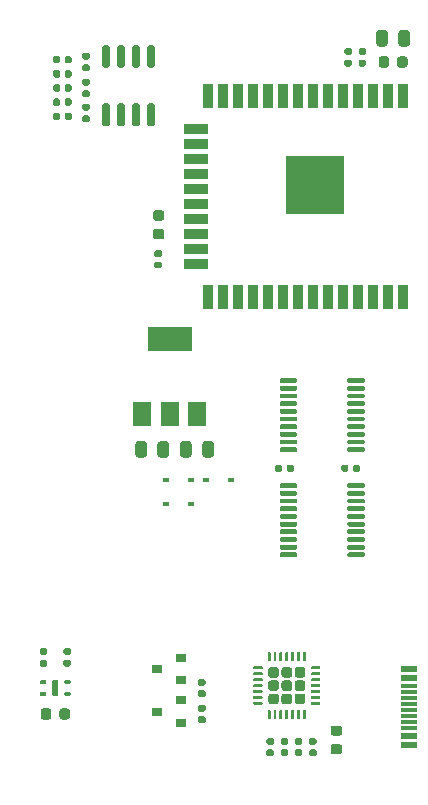
<source format=gbr>
%TF.GenerationSoftware,KiCad,Pcbnew,(5.1.6)-1*%
%TF.CreationDate,2020-11-13T23:46:34+08:00*%
%TF.ProjectId,matrix-clock,6d617472-6978-42d6-936c-6f636b2e6b69,rev?*%
%TF.SameCoordinates,Original*%
%TF.FileFunction,Paste,Top*%
%TF.FilePolarity,Positive*%
%FSLAX46Y46*%
G04 Gerber Fmt 4.6, Leading zero omitted, Abs format (unit mm)*
G04 Created by KiCad (PCBNEW (5.1.6)-1) date 2020-11-13 23:46:34*
%MOMM*%
%LPD*%
G01*
G04 APERTURE LIST*
%ADD10R,1.500000X2.000000*%
%ADD11R,3.800000X2.000000*%
%ADD12R,0.900000X2.000000*%
%ADD13R,2.000000X0.900000*%
%ADD14R,5.000000X5.000000*%
%ADD15R,0.900000X0.800000*%
%ADD16R,1.450000X0.600000*%
%ADD17R,1.450000X0.300000*%
%ADD18R,0.600000X0.450000*%
G04 APERTURE END LIST*
%TO.C,U3*%
G36*
G01*
X158525000Y-96475000D02*
X158525000Y-96275000D01*
G75*
G02*
X158625000Y-96175000I100000J0D01*
G01*
X159900000Y-96175000D01*
G75*
G02*
X160000000Y-96275000I0J-100000D01*
G01*
X160000000Y-96475000D01*
G75*
G02*
X159900000Y-96575000I-100000J0D01*
G01*
X158625000Y-96575000D01*
G75*
G02*
X158525000Y-96475000I0J100000D01*
G01*
G37*
G36*
G01*
X158525000Y-97125000D02*
X158525000Y-96925000D01*
G75*
G02*
X158625000Y-96825000I100000J0D01*
G01*
X159900000Y-96825000D01*
G75*
G02*
X160000000Y-96925000I0J-100000D01*
G01*
X160000000Y-97125000D01*
G75*
G02*
X159900000Y-97225000I-100000J0D01*
G01*
X158625000Y-97225000D01*
G75*
G02*
X158525000Y-97125000I0J100000D01*
G01*
G37*
G36*
G01*
X158525000Y-97775000D02*
X158525000Y-97575000D01*
G75*
G02*
X158625000Y-97475000I100000J0D01*
G01*
X159900000Y-97475000D01*
G75*
G02*
X160000000Y-97575000I0J-100000D01*
G01*
X160000000Y-97775000D01*
G75*
G02*
X159900000Y-97875000I-100000J0D01*
G01*
X158625000Y-97875000D01*
G75*
G02*
X158525000Y-97775000I0J100000D01*
G01*
G37*
G36*
G01*
X158525000Y-98425000D02*
X158525000Y-98225000D01*
G75*
G02*
X158625000Y-98125000I100000J0D01*
G01*
X159900000Y-98125000D01*
G75*
G02*
X160000000Y-98225000I0J-100000D01*
G01*
X160000000Y-98425000D01*
G75*
G02*
X159900000Y-98525000I-100000J0D01*
G01*
X158625000Y-98525000D01*
G75*
G02*
X158525000Y-98425000I0J100000D01*
G01*
G37*
G36*
G01*
X158525000Y-99075000D02*
X158525000Y-98875000D01*
G75*
G02*
X158625000Y-98775000I100000J0D01*
G01*
X159900000Y-98775000D01*
G75*
G02*
X160000000Y-98875000I0J-100000D01*
G01*
X160000000Y-99075000D01*
G75*
G02*
X159900000Y-99175000I-100000J0D01*
G01*
X158625000Y-99175000D01*
G75*
G02*
X158525000Y-99075000I0J100000D01*
G01*
G37*
G36*
G01*
X158525000Y-99725000D02*
X158525000Y-99525000D01*
G75*
G02*
X158625000Y-99425000I100000J0D01*
G01*
X159900000Y-99425000D01*
G75*
G02*
X160000000Y-99525000I0J-100000D01*
G01*
X160000000Y-99725000D01*
G75*
G02*
X159900000Y-99825000I-100000J0D01*
G01*
X158625000Y-99825000D01*
G75*
G02*
X158525000Y-99725000I0J100000D01*
G01*
G37*
G36*
G01*
X158525000Y-100375000D02*
X158525000Y-100175000D01*
G75*
G02*
X158625000Y-100075000I100000J0D01*
G01*
X159900000Y-100075000D01*
G75*
G02*
X160000000Y-100175000I0J-100000D01*
G01*
X160000000Y-100375000D01*
G75*
G02*
X159900000Y-100475000I-100000J0D01*
G01*
X158625000Y-100475000D01*
G75*
G02*
X158525000Y-100375000I0J100000D01*
G01*
G37*
G36*
G01*
X158525000Y-101025000D02*
X158525000Y-100825000D01*
G75*
G02*
X158625000Y-100725000I100000J0D01*
G01*
X159900000Y-100725000D01*
G75*
G02*
X160000000Y-100825000I0J-100000D01*
G01*
X160000000Y-101025000D01*
G75*
G02*
X159900000Y-101125000I-100000J0D01*
G01*
X158625000Y-101125000D01*
G75*
G02*
X158525000Y-101025000I0J100000D01*
G01*
G37*
G36*
G01*
X158525000Y-101675000D02*
X158525000Y-101475000D01*
G75*
G02*
X158625000Y-101375000I100000J0D01*
G01*
X159900000Y-101375000D01*
G75*
G02*
X160000000Y-101475000I0J-100000D01*
G01*
X160000000Y-101675000D01*
G75*
G02*
X159900000Y-101775000I-100000J0D01*
G01*
X158625000Y-101775000D01*
G75*
G02*
X158525000Y-101675000I0J100000D01*
G01*
G37*
G36*
G01*
X158525000Y-102325000D02*
X158525000Y-102125000D01*
G75*
G02*
X158625000Y-102025000I100000J0D01*
G01*
X159900000Y-102025000D01*
G75*
G02*
X160000000Y-102125000I0J-100000D01*
G01*
X160000000Y-102325000D01*
G75*
G02*
X159900000Y-102425000I-100000J0D01*
G01*
X158625000Y-102425000D01*
G75*
G02*
X158525000Y-102325000I0J100000D01*
G01*
G37*
G36*
G01*
X152800000Y-102325000D02*
X152800000Y-102125000D01*
G75*
G02*
X152900000Y-102025000I100000J0D01*
G01*
X154175000Y-102025000D01*
G75*
G02*
X154275000Y-102125000I0J-100000D01*
G01*
X154275000Y-102325000D01*
G75*
G02*
X154175000Y-102425000I-100000J0D01*
G01*
X152900000Y-102425000D01*
G75*
G02*
X152800000Y-102325000I0J100000D01*
G01*
G37*
G36*
G01*
X152800000Y-101675000D02*
X152800000Y-101475000D01*
G75*
G02*
X152900000Y-101375000I100000J0D01*
G01*
X154175000Y-101375000D01*
G75*
G02*
X154275000Y-101475000I0J-100000D01*
G01*
X154275000Y-101675000D01*
G75*
G02*
X154175000Y-101775000I-100000J0D01*
G01*
X152900000Y-101775000D01*
G75*
G02*
X152800000Y-101675000I0J100000D01*
G01*
G37*
G36*
G01*
X152800000Y-101025000D02*
X152800000Y-100825000D01*
G75*
G02*
X152900000Y-100725000I100000J0D01*
G01*
X154175000Y-100725000D01*
G75*
G02*
X154275000Y-100825000I0J-100000D01*
G01*
X154275000Y-101025000D01*
G75*
G02*
X154175000Y-101125000I-100000J0D01*
G01*
X152900000Y-101125000D01*
G75*
G02*
X152800000Y-101025000I0J100000D01*
G01*
G37*
G36*
G01*
X152800000Y-100375000D02*
X152800000Y-100175000D01*
G75*
G02*
X152900000Y-100075000I100000J0D01*
G01*
X154175000Y-100075000D01*
G75*
G02*
X154275000Y-100175000I0J-100000D01*
G01*
X154275000Y-100375000D01*
G75*
G02*
X154175000Y-100475000I-100000J0D01*
G01*
X152900000Y-100475000D01*
G75*
G02*
X152800000Y-100375000I0J100000D01*
G01*
G37*
G36*
G01*
X152800000Y-99725000D02*
X152800000Y-99525000D01*
G75*
G02*
X152900000Y-99425000I100000J0D01*
G01*
X154175000Y-99425000D01*
G75*
G02*
X154275000Y-99525000I0J-100000D01*
G01*
X154275000Y-99725000D01*
G75*
G02*
X154175000Y-99825000I-100000J0D01*
G01*
X152900000Y-99825000D01*
G75*
G02*
X152800000Y-99725000I0J100000D01*
G01*
G37*
G36*
G01*
X152800000Y-99075000D02*
X152800000Y-98875000D01*
G75*
G02*
X152900000Y-98775000I100000J0D01*
G01*
X154175000Y-98775000D01*
G75*
G02*
X154275000Y-98875000I0J-100000D01*
G01*
X154275000Y-99075000D01*
G75*
G02*
X154175000Y-99175000I-100000J0D01*
G01*
X152900000Y-99175000D01*
G75*
G02*
X152800000Y-99075000I0J100000D01*
G01*
G37*
G36*
G01*
X152800000Y-98425000D02*
X152800000Y-98225000D01*
G75*
G02*
X152900000Y-98125000I100000J0D01*
G01*
X154175000Y-98125000D01*
G75*
G02*
X154275000Y-98225000I0J-100000D01*
G01*
X154275000Y-98425000D01*
G75*
G02*
X154175000Y-98525000I-100000J0D01*
G01*
X152900000Y-98525000D01*
G75*
G02*
X152800000Y-98425000I0J100000D01*
G01*
G37*
G36*
G01*
X152800000Y-97775000D02*
X152800000Y-97575000D01*
G75*
G02*
X152900000Y-97475000I100000J0D01*
G01*
X154175000Y-97475000D01*
G75*
G02*
X154275000Y-97575000I0J-100000D01*
G01*
X154275000Y-97775000D01*
G75*
G02*
X154175000Y-97875000I-100000J0D01*
G01*
X152900000Y-97875000D01*
G75*
G02*
X152800000Y-97775000I0J100000D01*
G01*
G37*
G36*
G01*
X152800000Y-97125000D02*
X152800000Y-96925000D01*
G75*
G02*
X152900000Y-96825000I100000J0D01*
G01*
X154175000Y-96825000D01*
G75*
G02*
X154275000Y-96925000I0J-100000D01*
G01*
X154275000Y-97125000D01*
G75*
G02*
X154175000Y-97225000I-100000J0D01*
G01*
X152900000Y-97225000D01*
G75*
G02*
X152800000Y-97125000I0J100000D01*
G01*
G37*
G36*
G01*
X152800000Y-96475000D02*
X152800000Y-96275000D01*
G75*
G02*
X152900000Y-96175000I100000J0D01*
G01*
X154175000Y-96175000D01*
G75*
G02*
X154275000Y-96275000I0J-100000D01*
G01*
X154275000Y-96475000D01*
G75*
G02*
X154175000Y-96575000I-100000J0D01*
G01*
X152900000Y-96575000D01*
G75*
G02*
X152800000Y-96475000I0J100000D01*
G01*
G37*
%TD*%
%TO.C,U7*%
G36*
G01*
X141755000Y-72900000D02*
X142055000Y-72900000D01*
G75*
G02*
X142205000Y-73050000I0J-150000D01*
G01*
X142205000Y-74700000D01*
G75*
G02*
X142055000Y-74850000I-150000J0D01*
G01*
X141755000Y-74850000D01*
G75*
G02*
X141605000Y-74700000I0J150000D01*
G01*
X141605000Y-73050000D01*
G75*
G02*
X141755000Y-72900000I150000J0D01*
G01*
G37*
G36*
G01*
X140485000Y-72900000D02*
X140785000Y-72900000D01*
G75*
G02*
X140935000Y-73050000I0J-150000D01*
G01*
X140935000Y-74700000D01*
G75*
G02*
X140785000Y-74850000I-150000J0D01*
G01*
X140485000Y-74850000D01*
G75*
G02*
X140335000Y-74700000I0J150000D01*
G01*
X140335000Y-73050000D01*
G75*
G02*
X140485000Y-72900000I150000J0D01*
G01*
G37*
G36*
G01*
X139215000Y-72900000D02*
X139515000Y-72900000D01*
G75*
G02*
X139665000Y-73050000I0J-150000D01*
G01*
X139665000Y-74700000D01*
G75*
G02*
X139515000Y-74850000I-150000J0D01*
G01*
X139215000Y-74850000D01*
G75*
G02*
X139065000Y-74700000I0J150000D01*
G01*
X139065000Y-73050000D01*
G75*
G02*
X139215000Y-72900000I150000J0D01*
G01*
G37*
G36*
G01*
X137945000Y-72900000D02*
X138245000Y-72900000D01*
G75*
G02*
X138395000Y-73050000I0J-150000D01*
G01*
X138395000Y-74700000D01*
G75*
G02*
X138245000Y-74850000I-150000J0D01*
G01*
X137945000Y-74850000D01*
G75*
G02*
X137795000Y-74700000I0J150000D01*
G01*
X137795000Y-73050000D01*
G75*
G02*
X137945000Y-72900000I150000J0D01*
G01*
G37*
G36*
G01*
X137945000Y-67950000D02*
X138245000Y-67950000D01*
G75*
G02*
X138395000Y-68100000I0J-150000D01*
G01*
X138395000Y-69750000D01*
G75*
G02*
X138245000Y-69900000I-150000J0D01*
G01*
X137945000Y-69900000D01*
G75*
G02*
X137795000Y-69750000I0J150000D01*
G01*
X137795000Y-68100000D01*
G75*
G02*
X137945000Y-67950000I150000J0D01*
G01*
G37*
G36*
G01*
X139215000Y-67950000D02*
X139515000Y-67950000D01*
G75*
G02*
X139665000Y-68100000I0J-150000D01*
G01*
X139665000Y-69750000D01*
G75*
G02*
X139515000Y-69900000I-150000J0D01*
G01*
X139215000Y-69900000D01*
G75*
G02*
X139065000Y-69750000I0J150000D01*
G01*
X139065000Y-68100000D01*
G75*
G02*
X139215000Y-67950000I150000J0D01*
G01*
G37*
G36*
G01*
X140485000Y-67950000D02*
X140785000Y-67950000D01*
G75*
G02*
X140935000Y-68100000I0J-150000D01*
G01*
X140935000Y-69750000D01*
G75*
G02*
X140785000Y-69900000I-150000J0D01*
G01*
X140485000Y-69900000D01*
G75*
G02*
X140335000Y-69750000I0J150000D01*
G01*
X140335000Y-68100000D01*
G75*
G02*
X140485000Y-67950000I150000J0D01*
G01*
G37*
G36*
G01*
X141755000Y-67950000D02*
X142055000Y-67950000D01*
G75*
G02*
X142205000Y-68100000I0J-150000D01*
G01*
X142205000Y-69750000D01*
G75*
G02*
X142055000Y-69900000I-150000J0D01*
G01*
X141755000Y-69900000D01*
G75*
G02*
X141605000Y-69750000I0J150000D01*
G01*
X141605000Y-68100000D01*
G75*
G02*
X141755000Y-67950000I150000J0D01*
G01*
G37*
%TD*%
%TO.C,U6*%
G36*
G01*
X154745000Y-121530000D02*
X154295000Y-121530000D01*
G75*
G02*
X154070000Y-121305000I0J225000D01*
G01*
X154070000Y-120855000D01*
G75*
G02*
X154295000Y-120630000I225000J0D01*
G01*
X154745000Y-120630000D01*
G75*
G02*
X154970000Y-120855000I0J-225000D01*
G01*
X154970000Y-121305000D01*
G75*
G02*
X154745000Y-121530000I-225000J0D01*
G01*
G37*
G36*
G01*
X153625000Y-121530000D02*
X153175000Y-121530000D01*
G75*
G02*
X152950000Y-121305000I0J225000D01*
G01*
X152950000Y-120855000D01*
G75*
G02*
X153175000Y-120630000I225000J0D01*
G01*
X153625000Y-120630000D01*
G75*
G02*
X153850000Y-120855000I0J-225000D01*
G01*
X153850000Y-121305000D01*
G75*
G02*
X153625000Y-121530000I-225000J0D01*
G01*
G37*
G36*
G01*
X152505000Y-121530000D02*
X152055000Y-121530000D01*
G75*
G02*
X151830000Y-121305000I0J225000D01*
G01*
X151830000Y-120855000D01*
G75*
G02*
X152055000Y-120630000I225000J0D01*
G01*
X152505000Y-120630000D01*
G75*
G02*
X152730000Y-120855000I0J-225000D01*
G01*
X152730000Y-121305000D01*
G75*
G02*
X152505000Y-121530000I-225000J0D01*
G01*
G37*
G36*
G01*
X154745000Y-122650000D02*
X154295000Y-122650000D01*
G75*
G02*
X154070000Y-122425000I0J225000D01*
G01*
X154070000Y-121975000D01*
G75*
G02*
X154295000Y-121750000I225000J0D01*
G01*
X154745000Y-121750000D01*
G75*
G02*
X154970000Y-121975000I0J-225000D01*
G01*
X154970000Y-122425000D01*
G75*
G02*
X154745000Y-122650000I-225000J0D01*
G01*
G37*
G36*
G01*
X153625000Y-122650000D02*
X153175000Y-122650000D01*
G75*
G02*
X152950000Y-122425000I0J225000D01*
G01*
X152950000Y-121975000D01*
G75*
G02*
X153175000Y-121750000I225000J0D01*
G01*
X153625000Y-121750000D01*
G75*
G02*
X153850000Y-121975000I0J-225000D01*
G01*
X153850000Y-122425000D01*
G75*
G02*
X153625000Y-122650000I-225000J0D01*
G01*
G37*
G36*
G01*
X152505000Y-122650000D02*
X152055000Y-122650000D01*
G75*
G02*
X151830000Y-122425000I0J225000D01*
G01*
X151830000Y-121975000D01*
G75*
G02*
X152055000Y-121750000I225000J0D01*
G01*
X152505000Y-121750000D01*
G75*
G02*
X152730000Y-121975000I0J-225000D01*
G01*
X152730000Y-122425000D01*
G75*
G02*
X152505000Y-122650000I-225000J0D01*
G01*
G37*
G36*
G01*
X154745000Y-123770000D02*
X154295000Y-123770000D01*
G75*
G02*
X154070000Y-123545000I0J225000D01*
G01*
X154070000Y-123095000D01*
G75*
G02*
X154295000Y-122870000I225000J0D01*
G01*
X154745000Y-122870000D01*
G75*
G02*
X154970000Y-123095000I0J-225000D01*
G01*
X154970000Y-123545000D01*
G75*
G02*
X154745000Y-123770000I-225000J0D01*
G01*
G37*
G36*
G01*
X153625000Y-123770000D02*
X153175000Y-123770000D01*
G75*
G02*
X152950000Y-123545000I0J225000D01*
G01*
X152950000Y-123095000D01*
G75*
G02*
X153175000Y-122870000I225000J0D01*
G01*
X153625000Y-122870000D01*
G75*
G02*
X153850000Y-123095000I0J-225000D01*
G01*
X153850000Y-123545000D01*
G75*
G02*
X153625000Y-123770000I-225000J0D01*
G01*
G37*
G36*
G01*
X152505000Y-123770000D02*
X152055000Y-123770000D01*
G75*
G02*
X151830000Y-123545000I0J225000D01*
G01*
X151830000Y-123095000D01*
G75*
G02*
X152055000Y-122870000I225000J0D01*
G01*
X152505000Y-122870000D01*
G75*
G02*
X152730000Y-123095000I0J-225000D01*
G01*
X152730000Y-123545000D01*
G75*
G02*
X152505000Y-123770000I-225000J0D01*
G01*
G37*
G36*
G01*
X151287500Y-123825000D02*
X150612500Y-123825000D01*
G75*
G02*
X150550000Y-123762500I0J62500D01*
G01*
X150550000Y-123637500D01*
G75*
G02*
X150612500Y-123575000I62500J0D01*
G01*
X151287500Y-123575000D01*
G75*
G02*
X151350000Y-123637500I0J-62500D01*
G01*
X151350000Y-123762500D01*
G75*
G02*
X151287500Y-123825000I-62500J0D01*
G01*
G37*
G36*
G01*
X151287500Y-123325000D02*
X150612500Y-123325000D01*
G75*
G02*
X150550000Y-123262500I0J62500D01*
G01*
X150550000Y-123137500D01*
G75*
G02*
X150612500Y-123075000I62500J0D01*
G01*
X151287500Y-123075000D01*
G75*
G02*
X151350000Y-123137500I0J-62500D01*
G01*
X151350000Y-123262500D01*
G75*
G02*
X151287500Y-123325000I-62500J0D01*
G01*
G37*
G36*
G01*
X151287500Y-122825000D02*
X150612500Y-122825000D01*
G75*
G02*
X150550000Y-122762500I0J62500D01*
G01*
X150550000Y-122637500D01*
G75*
G02*
X150612500Y-122575000I62500J0D01*
G01*
X151287500Y-122575000D01*
G75*
G02*
X151350000Y-122637500I0J-62500D01*
G01*
X151350000Y-122762500D01*
G75*
G02*
X151287500Y-122825000I-62500J0D01*
G01*
G37*
G36*
G01*
X151287500Y-122325000D02*
X150612500Y-122325000D01*
G75*
G02*
X150550000Y-122262500I0J62500D01*
G01*
X150550000Y-122137500D01*
G75*
G02*
X150612500Y-122075000I62500J0D01*
G01*
X151287500Y-122075000D01*
G75*
G02*
X151350000Y-122137500I0J-62500D01*
G01*
X151350000Y-122262500D01*
G75*
G02*
X151287500Y-122325000I-62500J0D01*
G01*
G37*
G36*
G01*
X151287500Y-121825000D02*
X150612500Y-121825000D01*
G75*
G02*
X150550000Y-121762500I0J62500D01*
G01*
X150550000Y-121637500D01*
G75*
G02*
X150612500Y-121575000I62500J0D01*
G01*
X151287500Y-121575000D01*
G75*
G02*
X151350000Y-121637500I0J-62500D01*
G01*
X151350000Y-121762500D01*
G75*
G02*
X151287500Y-121825000I-62500J0D01*
G01*
G37*
G36*
G01*
X151287500Y-121325000D02*
X150612500Y-121325000D01*
G75*
G02*
X150550000Y-121262500I0J62500D01*
G01*
X150550000Y-121137500D01*
G75*
G02*
X150612500Y-121075000I62500J0D01*
G01*
X151287500Y-121075000D01*
G75*
G02*
X151350000Y-121137500I0J-62500D01*
G01*
X151350000Y-121262500D01*
G75*
G02*
X151287500Y-121325000I-62500J0D01*
G01*
G37*
G36*
G01*
X151287500Y-120825000D02*
X150612500Y-120825000D01*
G75*
G02*
X150550000Y-120762500I0J62500D01*
G01*
X150550000Y-120637500D01*
G75*
G02*
X150612500Y-120575000I62500J0D01*
G01*
X151287500Y-120575000D01*
G75*
G02*
X151350000Y-120637500I0J-62500D01*
G01*
X151350000Y-120762500D01*
G75*
G02*
X151287500Y-120825000I-62500J0D01*
G01*
G37*
G36*
G01*
X151962500Y-120150000D02*
X151837500Y-120150000D01*
G75*
G02*
X151775000Y-120087500I0J62500D01*
G01*
X151775000Y-119412500D01*
G75*
G02*
X151837500Y-119350000I62500J0D01*
G01*
X151962500Y-119350000D01*
G75*
G02*
X152025000Y-119412500I0J-62500D01*
G01*
X152025000Y-120087500D01*
G75*
G02*
X151962500Y-120150000I-62500J0D01*
G01*
G37*
G36*
G01*
X152462500Y-120150000D02*
X152337500Y-120150000D01*
G75*
G02*
X152275000Y-120087500I0J62500D01*
G01*
X152275000Y-119412500D01*
G75*
G02*
X152337500Y-119350000I62500J0D01*
G01*
X152462500Y-119350000D01*
G75*
G02*
X152525000Y-119412500I0J-62500D01*
G01*
X152525000Y-120087500D01*
G75*
G02*
X152462500Y-120150000I-62500J0D01*
G01*
G37*
G36*
G01*
X152962500Y-120150000D02*
X152837500Y-120150000D01*
G75*
G02*
X152775000Y-120087500I0J62500D01*
G01*
X152775000Y-119412500D01*
G75*
G02*
X152837500Y-119350000I62500J0D01*
G01*
X152962500Y-119350000D01*
G75*
G02*
X153025000Y-119412500I0J-62500D01*
G01*
X153025000Y-120087500D01*
G75*
G02*
X152962500Y-120150000I-62500J0D01*
G01*
G37*
G36*
G01*
X153462500Y-120150000D02*
X153337500Y-120150000D01*
G75*
G02*
X153275000Y-120087500I0J62500D01*
G01*
X153275000Y-119412500D01*
G75*
G02*
X153337500Y-119350000I62500J0D01*
G01*
X153462500Y-119350000D01*
G75*
G02*
X153525000Y-119412500I0J-62500D01*
G01*
X153525000Y-120087500D01*
G75*
G02*
X153462500Y-120150000I-62500J0D01*
G01*
G37*
G36*
G01*
X153962500Y-120150000D02*
X153837500Y-120150000D01*
G75*
G02*
X153775000Y-120087500I0J62500D01*
G01*
X153775000Y-119412500D01*
G75*
G02*
X153837500Y-119350000I62500J0D01*
G01*
X153962500Y-119350000D01*
G75*
G02*
X154025000Y-119412500I0J-62500D01*
G01*
X154025000Y-120087500D01*
G75*
G02*
X153962500Y-120150000I-62500J0D01*
G01*
G37*
G36*
G01*
X154462500Y-120150000D02*
X154337500Y-120150000D01*
G75*
G02*
X154275000Y-120087500I0J62500D01*
G01*
X154275000Y-119412500D01*
G75*
G02*
X154337500Y-119350000I62500J0D01*
G01*
X154462500Y-119350000D01*
G75*
G02*
X154525000Y-119412500I0J-62500D01*
G01*
X154525000Y-120087500D01*
G75*
G02*
X154462500Y-120150000I-62500J0D01*
G01*
G37*
G36*
G01*
X154962500Y-120150000D02*
X154837500Y-120150000D01*
G75*
G02*
X154775000Y-120087500I0J62500D01*
G01*
X154775000Y-119412500D01*
G75*
G02*
X154837500Y-119350000I62500J0D01*
G01*
X154962500Y-119350000D01*
G75*
G02*
X155025000Y-119412500I0J-62500D01*
G01*
X155025000Y-120087500D01*
G75*
G02*
X154962500Y-120150000I-62500J0D01*
G01*
G37*
G36*
G01*
X156187500Y-120825000D02*
X155512500Y-120825000D01*
G75*
G02*
X155450000Y-120762500I0J62500D01*
G01*
X155450000Y-120637500D01*
G75*
G02*
X155512500Y-120575000I62500J0D01*
G01*
X156187500Y-120575000D01*
G75*
G02*
X156250000Y-120637500I0J-62500D01*
G01*
X156250000Y-120762500D01*
G75*
G02*
X156187500Y-120825000I-62500J0D01*
G01*
G37*
G36*
G01*
X156187500Y-121325000D02*
X155512500Y-121325000D01*
G75*
G02*
X155450000Y-121262500I0J62500D01*
G01*
X155450000Y-121137500D01*
G75*
G02*
X155512500Y-121075000I62500J0D01*
G01*
X156187500Y-121075000D01*
G75*
G02*
X156250000Y-121137500I0J-62500D01*
G01*
X156250000Y-121262500D01*
G75*
G02*
X156187500Y-121325000I-62500J0D01*
G01*
G37*
G36*
G01*
X156187500Y-121825000D02*
X155512500Y-121825000D01*
G75*
G02*
X155450000Y-121762500I0J62500D01*
G01*
X155450000Y-121637500D01*
G75*
G02*
X155512500Y-121575000I62500J0D01*
G01*
X156187500Y-121575000D01*
G75*
G02*
X156250000Y-121637500I0J-62500D01*
G01*
X156250000Y-121762500D01*
G75*
G02*
X156187500Y-121825000I-62500J0D01*
G01*
G37*
G36*
G01*
X156187500Y-122325000D02*
X155512500Y-122325000D01*
G75*
G02*
X155450000Y-122262500I0J62500D01*
G01*
X155450000Y-122137500D01*
G75*
G02*
X155512500Y-122075000I62500J0D01*
G01*
X156187500Y-122075000D01*
G75*
G02*
X156250000Y-122137500I0J-62500D01*
G01*
X156250000Y-122262500D01*
G75*
G02*
X156187500Y-122325000I-62500J0D01*
G01*
G37*
G36*
G01*
X156187500Y-122825000D02*
X155512500Y-122825000D01*
G75*
G02*
X155450000Y-122762500I0J62500D01*
G01*
X155450000Y-122637500D01*
G75*
G02*
X155512500Y-122575000I62500J0D01*
G01*
X156187500Y-122575000D01*
G75*
G02*
X156250000Y-122637500I0J-62500D01*
G01*
X156250000Y-122762500D01*
G75*
G02*
X156187500Y-122825000I-62500J0D01*
G01*
G37*
G36*
G01*
X156187500Y-123325000D02*
X155512500Y-123325000D01*
G75*
G02*
X155450000Y-123262500I0J62500D01*
G01*
X155450000Y-123137500D01*
G75*
G02*
X155512500Y-123075000I62500J0D01*
G01*
X156187500Y-123075000D01*
G75*
G02*
X156250000Y-123137500I0J-62500D01*
G01*
X156250000Y-123262500D01*
G75*
G02*
X156187500Y-123325000I-62500J0D01*
G01*
G37*
G36*
G01*
X156187500Y-123825000D02*
X155512500Y-123825000D01*
G75*
G02*
X155450000Y-123762500I0J62500D01*
G01*
X155450000Y-123637500D01*
G75*
G02*
X155512500Y-123575000I62500J0D01*
G01*
X156187500Y-123575000D01*
G75*
G02*
X156250000Y-123637500I0J-62500D01*
G01*
X156250000Y-123762500D01*
G75*
G02*
X156187500Y-123825000I-62500J0D01*
G01*
G37*
G36*
G01*
X154962500Y-125050000D02*
X154837500Y-125050000D01*
G75*
G02*
X154775000Y-124987500I0J62500D01*
G01*
X154775000Y-124312500D01*
G75*
G02*
X154837500Y-124250000I62500J0D01*
G01*
X154962500Y-124250000D01*
G75*
G02*
X155025000Y-124312500I0J-62500D01*
G01*
X155025000Y-124987500D01*
G75*
G02*
X154962500Y-125050000I-62500J0D01*
G01*
G37*
G36*
G01*
X154462500Y-125050000D02*
X154337500Y-125050000D01*
G75*
G02*
X154275000Y-124987500I0J62500D01*
G01*
X154275000Y-124312500D01*
G75*
G02*
X154337500Y-124250000I62500J0D01*
G01*
X154462500Y-124250000D01*
G75*
G02*
X154525000Y-124312500I0J-62500D01*
G01*
X154525000Y-124987500D01*
G75*
G02*
X154462500Y-125050000I-62500J0D01*
G01*
G37*
G36*
G01*
X153962500Y-125050000D02*
X153837500Y-125050000D01*
G75*
G02*
X153775000Y-124987500I0J62500D01*
G01*
X153775000Y-124312500D01*
G75*
G02*
X153837500Y-124250000I62500J0D01*
G01*
X153962500Y-124250000D01*
G75*
G02*
X154025000Y-124312500I0J-62500D01*
G01*
X154025000Y-124987500D01*
G75*
G02*
X153962500Y-125050000I-62500J0D01*
G01*
G37*
G36*
G01*
X153462500Y-125050000D02*
X153337500Y-125050000D01*
G75*
G02*
X153275000Y-124987500I0J62500D01*
G01*
X153275000Y-124312500D01*
G75*
G02*
X153337500Y-124250000I62500J0D01*
G01*
X153462500Y-124250000D01*
G75*
G02*
X153525000Y-124312500I0J-62500D01*
G01*
X153525000Y-124987500D01*
G75*
G02*
X153462500Y-125050000I-62500J0D01*
G01*
G37*
G36*
G01*
X152962500Y-125050000D02*
X152837500Y-125050000D01*
G75*
G02*
X152775000Y-124987500I0J62500D01*
G01*
X152775000Y-124312500D01*
G75*
G02*
X152837500Y-124250000I62500J0D01*
G01*
X152962500Y-124250000D01*
G75*
G02*
X153025000Y-124312500I0J-62500D01*
G01*
X153025000Y-124987500D01*
G75*
G02*
X152962500Y-125050000I-62500J0D01*
G01*
G37*
G36*
G01*
X152462500Y-125050000D02*
X152337500Y-125050000D01*
G75*
G02*
X152275000Y-124987500I0J62500D01*
G01*
X152275000Y-124312500D01*
G75*
G02*
X152337500Y-124250000I62500J0D01*
G01*
X152462500Y-124250000D01*
G75*
G02*
X152525000Y-124312500I0J-62500D01*
G01*
X152525000Y-124987500D01*
G75*
G02*
X152462500Y-125050000I-62500J0D01*
G01*
G37*
G36*
G01*
X151962500Y-125050000D02*
X151837500Y-125050000D01*
G75*
G02*
X151775000Y-124987500I0J62500D01*
G01*
X151775000Y-124312500D01*
G75*
G02*
X151837500Y-124250000I62500J0D01*
G01*
X151962500Y-124250000D01*
G75*
G02*
X152025000Y-124312500I0J-62500D01*
G01*
X152025000Y-124987500D01*
G75*
G02*
X151962500Y-125050000I-62500J0D01*
G01*
G37*
%TD*%
D10*
%TO.C,U5*%
X141180000Y-99160000D03*
X145780000Y-99160000D03*
X143480000Y-99160000D03*
D11*
X143480000Y-92860000D03*
%TD*%
%TO.C,U4*%
G36*
G01*
X158525000Y-105375000D02*
X158525000Y-105175000D01*
G75*
G02*
X158625000Y-105075000I100000J0D01*
G01*
X159900000Y-105075000D01*
G75*
G02*
X160000000Y-105175000I0J-100000D01*
G01*
X160000000Y-105375000D01*
G75*
G02*
X159900000Y-105475000I-100000J0D01*
G01*
X158625000Y-105475000D01*
G75*
G02*
X158525000Y-105375000I0J100000D01*
G01*
G37*
G36*
G01*
X158525000Y-106025000D02*
X158525000Y-105825000D01*
G75*
G02*
X158625000Y-105725000I100000J0D01*
G01*
X159900000Y-105725000D01*
G75*
G02*
X160000000Y-105825000I0J-100000D01*
G01*
X160000000Y-106025000D01*
G75*
G02*
X159900000Y-106125000I-100000J0D01*
G01*
X158625000Y-106125000D01*
G75*
G02*
X158525000Y-106025000I0J100000D01*
G01*
G37*
G36*
G01*
X158525000Y-106675000D02*
X158525000Y-106475000D01*
G75*
G02*
X158625000Y-106375000I100000J0D01*
G01*
X159900000Y-106375000D01*
G75*
G02*
X160000000Y-106475000I0J-100000D01*
G01*
X160000000Y-106675000D01*
G75*
G02*
X159900000Y-106775000I-100000J0D01*
G01*
X158625000Y-106775000D01*
G75*
G02*
X158525000Y-106675000I0J100000D01*
G01*
G37*
G36*
G01*
X158525000Y-107325000D02*
X158525000Y-107125000D01*
G75*
G02*
X158625000Y-107025000I100000J0D01*
G01*
X159900000Y-107025000D01*
G75*
G02*
X160000000Y-107125000I0J-100000D01*
G01*
X160000000Y-107325000D01*
G75*
G02*
X159900000Y-107425000I-100000J0D01*
G01*
X158625000Y-107425000D01*
G75*
G02*
X158525000Y-107325000I0J100000D01*
G01*
G37*
G36*
G01*
X158525000Y-107975000D02*
X158525000Y-107775000D01*
G75*
G02*
X158625000Y-107675000I100000J0D01*
G01*
X159900000Y-107675000D01*
G75*
G02*
X160000000Y-107775000I0J-100000D01*
G01*
X160000000Y-107975000D01*
G75*
G02*
X159900000Y-108075000I-100000J0D01*
G01*
X158625000Y-108075000D01*
G75*
G02*
X158525000Y-107975000I0J100000D01*
G01*
G37*
G36*
G01*
X158525000Y-108625000D02*
X158525000Y-108425000D01*
G75*
G02*
X158625000Y-108325000I100000J0D01*
G01*
X159900000Y-108325000D01*
G75*
G02*
X160000000Y-108425000I0J-100000D01*
G01*
X160000000Y-108625000D01*
G75*
G02*
X159900000Y-108725000I-100000J0D01*
G01*
X158625000Y-108725000D01*
G75*
G02*
X158525000Y-108625000I0J100000D01*
G01*
G37*
G36*
G01*
X158525000Y-109275000D02*
X158525000Y-109075000D01*
G75*
G02*
X158625000Y-108975000I100000J0D01*
G01*
X159900000Y-108975000D01*
G75*
G02*
X160000000Y-109075000I0J-100000D01*
G01*
X160000000Y-109275000D01*
G75*
G02*
X159900000Y-109375000I-100000J0D01*
G01*
X158625000Y-109375000D01*
G75*
G02*
X158525000Y-109275000I0J100000D01*
G01*
G37*
G36*
G01*
X158525000Y-109925000D02*
X158525000Y-109725000D01*
G75*
G02*
X158625000Y-109625000I100000J0D01*
G01*
X159900000Y-109625000D01*
G75*
G02*
X160000000Y-109725000I0J-100000D01*
G01*
X160000000Y-109925000D01*
G75*
G02*
X159900000Y-110025000I-100000J0D01*
G01*
X158625000Y-110025000D01*
G75*
G02*
X158525000Y-109925000I0J100000D01*
G01*
G37*
G36*
G01*
X158525000Y-110575000D02*
X158525000Y-110375000D01*
G75*
G02*
X158625000Y-110275000I100000J0D01*
G01*
X159900000Y-110275000D01*
G75*
G02*
X160000000Y-110375000I0J-100000D01*
G01*
X160000000Y-110575000D01*
G75*
G02*
X159900000Y-110675000I-100000J0D01*
G01*
X158625000Y-110675000D01*
G75*
G02*
X158525000Y-110575000I0J100000D01*
G01*
G37*
G36*
G01*
X158525000Y-111225000D02*
X158525000Y-111025000D01*
G75*
G02*
X158625000Y-110925000I100000J0D01*
G01*
X159900000Y-110925000D01*
G75*
G02*
X160000000Y-111025000I0J-100000D01*
G01*
X160000000Y-111225000D01*
G75*
G02*
X159900000Y-111325000I-100000J0D01*
G01*
X158625000Y-111325000D01*
G75*
G02*
X158525000Y-111225000I0J100000D01*
G01*
G37*
G36*
G01*
X152800000Y-111225000D02*
X152800000Y-111025000D01*
G75*
G02*
X152900000Y-110925000I100000J0D01*
G01*
X154175000Y-110925000D01*
G75*
G02*
X154275000Y-111025000I0J-100000D01*
G01*
X154275000Y-111225000D01*
G75*
G02*
X154175000Y-111325000I-100000J0D01*
G01*
X152900000Y-111325000D01*
G75*
G02*
X152800000Y-111225000I0J100000D01*
G01*
G37*
G36*
G01*
X152800000Y-110575000D02*
X152800000Y-110375000D01*
G75*
G02*
X152900000Y-110275000I100000J0D01*
G01*
X154175000Y-110275000D01*
G75*
G02*
X154275000Y-110375000I0J-100000D01*
G01*
X154275000Y-110575000D01*
G75*
G02*
X154175000Y-110675000I-100000J0D01*
G01*
X152900000Y-110675000D01*
G75*
G02*
X152800000Y-110575000I0J100000D01*
G01*
G37*
G36*
G01*
X152800000Y-109925000D02*
X152800000Y-109725000D01*
G75*
G02*
X152900000Y-109625000I100000J0D01*
G01*
X154175000Y-109625000D01*
G75*
G02*
X154275000Y-109725000I0J-100000D01*
G01*
X154275000Y-109925000D01*
G75*
G02*
X154175000Y-110025000I-100000J0D01*
G01*
X152900000Y-110025000D01*
G75*
G02*
X152800000Y-109925000I0J100000D01*
G01*
G37*
G36*
G01*
X152800000Y-109275000D02*
X152800000Y-109075000D01*
G75*
G02*
X152900000Y-108975000I100000J0D01*
G01*
X154175000Y-108975000D01*
G75*
G02*
X154275000Y-109075000I0J-100000D01*
G01*
X154275000Y-109275000D01*
G75*
G02*
X154175000Y-109375000I-100000J0D01*
G01*
X152900000Y-109375000D01*
G75*
G02*
X152800000Y-109275000I0J100000D01*
G01*
G37*
G36*
G01*
X152800000Y-108625000D02*
X152800000Y-108425000D01*
G75*
G02*
X152900000Y-108325000I100000J0D01*
G01*
X154175000Y-108325000D01*
G75*
G02*
X154275000Y-108425000I0J-100000D01*
G01*
X154275000Y-108625000D01*
G75*
G02*
X154175000Y-108725000I-100000J0D01*
G01*
X152900000Y-108725000D01*
G75*
G02*
X152800000Y-108625000I0J100000D01*
G01*
G37*
G36*
G01*
X152800000Y-107975000D02*
X152800000Y-107775000D01*
G75*
G02*
X152900000Y-107675000I100000J0D01*
G01*
X154175000Y-107675000D01*
G75*
G02*
X154275000Y-107775000I0J-100000D01*
G01*
X154275000Y-107975000D01*
G75*
G02*
X154175000Y-108075000I-100000J0D01*
G01*
X152900000Y-108075000D01*
G75*
G02*
X152800000Y-107975000I0J100000D01*
G01*
G37*
G36*
G01*
X152800000Y-107325000D02*
X152800000Y-107125000D01*
G75*
G02*
X152900000Y-107025000I100000J0D01*
G01*
X154175000Y-107025000D01*
G75*
G02*
X154275000Y-107125000I0J-100000D01*
G01*
X154275000Y-107325000D01*
G75*
G02*
X154175000Y-107425000I-100000J0D01*
G01*
X152900000Y-107425000D01*
G75*
G02*
X152800000Y-107325000I0J100000D01*
G01*
G37*
G36*
G01*
X152800000Y-106675000D02*
X152800000Y-106475000D01*
G75*
G02*
X152900000Y-106375000I100000J0D01*
G01*
X154175000Y-106375000D01*
G75*
G02*
X154275000Y-106475000I0J-100000D01*
G01*
X154275000Y-106675000D01*
G75*
G02*
X154175000Y-106775000I-100000J0D01*
G01*
X152900000Y-106775000D01*
G75*
G02*
X152800000Y-106675000I0J100000D01*
G01*
G37*
G36*
G01*
X152800000Y-106025000D02*
X152800000Y-105825000D01*
G75*
G02*
X152900000Y-105725000I100000J0D01*
G01*
X154175000Y-105725000D01*
G75*
G02*
X154275000Y-105825000I0J-100000D01*
G01*
X154275000Y-106025000D01*
G75*
G02*
X154175000Y-106125000I-100000J0D01*
G01*
X152900000Y-106125000D01*
G75*
G02*
X152800000Y-106025000I0J100000D01*
G01*
G37*
G36*
G01*
X152800000Y-105375000D02*
X152800000Y-105175000D01*
G75*
G02*
X152900000Y-105075000I100000J0D01*
G01*
X154175000Y-105075000D01*
G75*
G02*
X154275000Y-105175000I0J-100000D01*
G01*
X154275000Y-105375000D01*
G75*
G02*
X154175000Y-105475000I-100000J0D01*
G01*
X152900000Y-105475000D01*
G75*
G02*
X152800000Y-105375000I0J100000D01*
G01*
G37*
%TD*%
%TO.C,U2*%
G36*
G01*
X134050000Y-121825000D02*
X134050000Y-122975000D01*
G75*
G02*
X133925000Y-123100000I-125000J0D01*
G01*
X133675000Y-123100000D01*
G75*
G02*
X133550000Y-122975000I0J125000D01*
G01*
X133550000Y-121825000D01*
G75*
G02*
X133675000Y-121700000I125000J0D01*
G01*
X133925000Y-121700000D01*
G75*
G02*
X134050000Y-121825000I0J-125000D01*
G01*
G37*
G36*
G01*
X132500000Y-122987500D02*
X132500000Y-122812500D01*
G75*
G02*
X132587500Y-122725000I87500J0D01*
G01*
X132962500Y-122725000D01*
G75*
G02*
X133050000Y-122812500I0J-87500D01*
G01*
X133050000Y-122987500D01*
G75*
G02*
X132962500Y-123075000I-87500J0D01*
G01*
X132587500Y-123075000D01*
G75*
G02*
X132500000Y-122987500I0J87500D01*
G01*
G37*
G36*
G01*
X132500000Y-121987500D02*
X132500000Y-121812500D01*
G75*
G02*
X132587500Y-121725000I87500J0D01*
G01*
X132962500Y-121725000D01*
G75*
G02*
X133050000Y-121812500I0J-87500D01*
G01*
X133050000Y-121987500D01*
G75*
G02*
X132962500Y-122075000I-87500J0D01*
G01*
X132587500Y-122075000D01*
G75*
G02*
X132500000Y-121987500I0J87500D01*
G01*
G37*
G36*
G01*
X135100000Y-121812500D02*
X135100000Y-121987500D01*
G75*
G02*
X135012500Y-122075000I-87500J0D01*
G01*
X134637500Y-122075000D01*
G75*
G02*
X134550000Y-121987500I0J87500D01*
G01*
X134550000Y-121812500D01*
G75*
G02*
X134637500Y-121725000I87500J0D01*
G01*
X135012500Y-121725000D01*
G75*
G02*
X135100000Y-121812500I0J-87500D01*
G01*
G37*
G36*
G01*
X135100000Y-122812500D02*
X135100000Y-122987500D01*
G75*
G02*
X135012500Y-123075000I-87500J0D01*
G01*
X134637500Y-123075000D01*
G75*
G02*
X134550000Y-122987500I0J87500D01*
G01*
X134550000Y-122812500D01*
G75*
G02*
X134637500Y-122725000I87500J0D01*
G01*
X135012500Y-122725000D01*
G75*
G02*
X135100000Y-122812500I0J-87500D01*
G01*
G37*
%TD*%
D12*
%TO.C,U1*%
X163255000Y-89300000D03*
X161985000Y-89300000D03*
X160715000Y-89300000D03*
X159445000Y-89300000D03*
X158175000Y-89300000D03*
X156905000Y-89300000D03*
X155635000Y-89300000D03*
X154365000Y-89300000D03*
X153095000Y-89300000D03*
X151825000Y-89300000D03*
X150555000Y-89300000D03*
X149285000Y-89300000D03*
X148015000Y-89300000D03*
X146745000Y-89300000D03*
D13*
X145745000Y-86515000D03*
X145745000Y-85245000D03*
X145745000Y-83975000D03*
X145745000Y-82705000D03*
X145745000Y-81435000D03*
X145745000Y-80165000D03*
X145745000Y-78895000D03*
X145745000Y-77625000D03*
X145745000Y-76355000D03*
X145745000Y-75085000D03*
D12*
X146745000Y-72300000D03*
X148015000Y-72300000D03*
X149285000Y-72300000D03*
X150555000Y-72300000D03*
X151825000Y-72300000D03*
X153095000Y-72300000D03*
X154365000Y-72300000D03*
X155635000Y-72300000D03*
X156905000Y-72300000D03*
X158175000Y-72300000D03*
X159445000Y-72300000D03*
X160715000Y-72300000D03*
X161985000Y-72300000D03*
X163255000Y-72300000D03*
D14*
X155755000Y-79800000D03*
%TD*%
%TO.C,R13*%
G36*
G01*
X136572500Y-73525000D02*
X136227500Y-73525000D01*
G75*
G02*
X136080000Y-73377500I0J147500D01*
G01*
X136080000Y-73082500D01*
G75*
G02*
X136227500Y-72935000I147500J0D01*
G01*
X136572500Y-72935000D01*
G75*
G02*
X136720000Y-73082500I0J-147500D01*
G01*
X136720000Y-73377500D01*
G75*
G02*
X136572500Y-73525000I-147500J0D01*
G01*
G37*
G36*
G01*
X136572500Y-74495000D02*
X136227500Y-74495000D01*
G75*
G02*
X136080000Y-74347500I0J147500D01*
G01*
X136080000Y-74052500D01*
G75*
G02*
X136227500Y-73905000I147500J0D01*
G01*
X136572500Y-73905000D01*
G75*
G02*
X136720000Y-74052500I0J-147500D01*
G01*
X136720000Y-74347500D01*
G75*
G02*
X136572500Y-74495000I-147500J0D01*
G01*
G37*
%TD*%
%TO.C,R12*%
G36*
G01*
X136572500Y-71410000D02*
X136227500Y-71410000D01*
G75*
G02*
X136080000Y-71262500I0J147500D01*
G01*
X136080000Y-70967500D01*
G75*
G02*
X136227500Y-70820000I147500J0D01*
G01*
X136572500Y-70820000D01*
G75*
G02*
X136720000Y-70967500I0J-147500D01*
G01*
X136720000Y-71262500D01*
G75*
G02*
X136572500Y-71410000I-147500J0D01*
G01*
G37*
G36*
G01*
X136572500Y-72380000D02*
X136227500Y-72380000D01*
G75*
G02*
X136080000Y-72232500I0J147500D01*
G01*
X136080000Y-71937500D01*
G75*
G02*
X136227500Y-71790000I147500J0D01*
G01*
X136572500Y-71790000D01*
G75*
G02*
X136720000Y-71937500I0J-147500D01*
G01*
X136720000Y-72232500D01*
G75*
G02*
X136572500Y-72380000I-147500J0D01*
G01*
G37*
%TD*%
%TO.C,R11*%
G36*
G01*
X134210000Y-71427500D02*
X134210000Y-71772500D01*
G75*
G02*
X134062500Y-71920000I-147500J0D01*
G01*
X133767500Y-71920000D01*
G75*
G02*
X133620000Y-71772500I0J147500D01*
G01*
X133620000Y-71427500D01*
G75*
G02*
X133767500Y-71280000I147500J0D01*
G01*
X134062500Y-71280000D01*
G75*
G02*
X134210000Y-71427500I0J-147500D01*
G01*
G37*
G36*
G01*
X135180000Y-71427500D02*
X135180000Y-71772500D01*
G75*
G02*
X135032500Y-71920000I-147500J0D01*
G01*
X134737500Y-71920000D01*
G75*
G02*
X134590000Y-71772500I0J147500D01*
G01*
X134590000Y-71427500D01*
G75*
G02*
X134737500Y-71280000I147500J0D01*
G01*
X135032500Y-71280000D01*
G75*
G02*
X135180000Y-71427500I0J-147500D01*
G01*
G37*
%TD*%
%TO.C,R10*%
G36*
G01*
X134210000Y-69027500D02*
X134210000Y-69372500D01*
G75*
G02*
X134062500Y-69520000I-147500J0D01*
G01*
X133767500Y-69520000D01*
G75*
G02*
X133620000Y-69372500I0J147500D01*
G01*
X133620000Y-69027500D01*
G75*
G02*
X133767500Y-68880000I147500J0D01*
G01*
X134062500Y-68880000D01*
G75*
G02*
X134210000Y-69027500I0J-147500D01*
G01*
G37*
G36*
G01*
X135180000Y-69027500D02*
X135180000Y-69372500D01*
G75*
G02*
X135032500Y-69520000I-147500J0D01*
G01*
X134737500Y-69520000D01*
G75*
G02*
X134590000Y-69372500I0J147500D01*
G01*
X134590000Y-69027500D01*
G75*
G02*
X134737500Y-68880000I147500J0D01*
G01*
X135032500Y-68880000D01*
G75*
G02*
X135180000Y-69027500I0J-147500D01*
G01*
G37*
%TD*%
%TO.C,R9*%
G36*
G01*
X146372500Y-124410000D02*
X146027500Y-124410000D01*
G75*
G02*
X145880000Y-124262500I0J147500D01*
G01*
X145880000Y-123967500D01*
G75*
G02*
X146027500Y-123820000I147500J0D01*
G01*
X146372500Y-123820000D01*
G75*
G02*
X146520000Y-123967500I0J-147500D01*
G01*
X146520000Y-124262500D01*
G75*
G02*
X146372500Y-124410000I-147500J0D01*
G01*
G37*
G36*
G01*
X146372500Y-125380000D02*
X146027500Y-125380000D01*
G75*
G02*
X145880000Y-125232500I0J147500D01*
G01*
X145880000Y-124937500D01*
G75*
G02*
X146027500Y-124790000I147500J0D01*
G01*
X146372500Y-124790000D01*
G75*
G02*
X146520000Y-124937500I0J-147500D01*
G01*
X146520000Y-125232500D01*
G75*
G02*
X146372500Y-125380000I-147500J0D01*
G01*
G37*
%TD*%
%TO.C,R8*%
G36*
G01*
X146027500Y-122590000D02*
X146372500Y-122590000D01*
G75*
G02*
X146520000Y-122737500I0J-147500D01*
G01*
X146520000Y-123032500D01*
G75*
G02*
X146372500Y-123180000I-147500J0D01*
G01*
X146027500Y-123180000D01*
G75*
G02*
X145880000Y-123032500I0J147500D01*
G01*
X145880000Y-122737500D01*
G75*
G02*
X146027500Y-122590000I147500J0D01*
G01*
G37*
G36*
G01*
X146027500Y-121620000D02*
X146372500Y-121620000D01*
G75*
G02*
X146520000Y-121767500I0J-147500D01*
G01*
X146520000Y-122062500D01*
G75*
G02*
X146372500Y-122210000I-147500J0D01*
G01*
X146027500Y-122210000D01*
G75*
G02*
X145880000Y-122062500I0J147500D01*
G01*
X145880000Y-121767500D01*
G75*
G02*
X146027500Y-121620000I147500J0D01*
G01*
G37*
%TD*%
%TO.C,R7*%
G36*
G01*
X155772500Y-127210000D02*
X155427500Y-127210000D01*
G75*
G02*
X155280000Y-127062500I0J147500D01*
G01*
X155280000Y-126767500D01*
G75*
G02*
X155427500Y-126620000I147500J0D01*
G01*
X155772500Y-126620000D01*
G75*
G02*
X155920000Y-126767500I0J-147500D01*
G01*
X155920000Y-127062500D01*
G75*
G02*
X155772500Y-127210000I-147500J0D01*
G01*
G37*
G36*
G01*
X155772500Y-128180000D02*
X155427500Y-128180000D01*
G75*
G02*
X155280000Y-128032500I0J147500D01*
G01*
X155280000Y-127737500D01*
G75*
G02*
X155427500Y-127590000I147500J0D01*
G01*
X155772500Y-127590000D01*
G75*
G02*
X155920000Y-127737500I0J-147500D01*
G01*
X155920000Y-128032500D01*
G75*
G02*
X155772500Y-128180000I-147500J0D01*
G01*
G37*
%TD*%
%TO.C,R6*%
G36*
G01*
X152172500Y-127210000D02*
X151827500Y-127210000D01*
G75*
G02*
X151680000Y-127062500I0J147500D01*
G01*
X151680000Y-126767500D01*
G75*
G02*
X151827500Y-126620000I147500J0D01*
G01*
X152172500Y-126620000D01*
G75*
G02*
X152320000Y-126767500I0J-147500D01*
G01*
X152320000Y-127062500D01*
G75*
G02*
X152172500Y-127210000I-147500J0D01*
G01*
G37*
G36*
G01*
X152172500Y-128180000D02*
X151827500Y-128180000D01*
G75*
G02*
X151680000Y-128032500I0J147500D01*
G01*
X151680000Y-127737500D01*
G75*
G02*
X151827500Y-127590000I147500J0D01*
G01*
X152172500Y-127590000D01*
G75*
G02*
X152320000Y-127737500I0J-147500D01*
G01*
X152320000Y-128032500D01*
G75*
G02*
X152172500Y-128180000I-147500J0D01*
G01*
G37*
%TD*%
%TO.C,R5*%
G36*
G01*
X153372500Y-127210000D02*
X153027500Y-127210000D01*
G75*
G02*
X152880000Y-127062500I0J147500D01*
G01*
X152880000Y-126767500D01*
G75*
G02*
X153027500Y-126620000I147500J0D01*
G01*
X153372500Y-126620000D01*
G75*
G02*
X153520000Y-126767500I0J-147500D01*
G01*
X153520000Y-127062500D01*
G75*
G02*
X153372500Y-127210000I-147500J0D01*
G01*
G37*
G36*
G01*
X153372500Y-128180000D02*
X153027500Y-128180000D01*
G75*
G02*
X152880000Y-128032500I0J147500D01*
G01*
X152880000Y-127737500D01*
G75*
G02*
X153027500Y-127590000I147500J0D01*
G01*
X153372500Y-127590000D01*
G75*
G02*
X153520000Y-127737500I0J-147500D01*
G01*
X153520000Y-128032500D01*
G75*
G02*
X153372500Y-128180000I-147500J0D01*
G01*
G37*
%TD*%
%TO.C,R4*%
G36*
G01*
X132627500Y-119990000D02*
X132972500Y-119990000D01*
G75*
G02*
X133120000Y-120137500I0J-147500D01*
G01*
X133120000Y-120432500D01*
G75*
G02*
X132972500Y-120580000I-147500J0D01*
G01*
X132627500Y-120580000D01*
G75*
G02*
X132480000Y-120432500I0J147500D01*
G01*
X132480000Y-120137500D01*
G75*
G02*
X132627500Y-119990000I147500J0D01*
G01*
G37*
G36*
G01*
X132627500Y-119020000D02*
X132972500Y-119020000D01*
G75*
G02*
X133120000Y-119167500I0J-147500D01*
G01*
X133120000Y-119462500D01*
G75*
G02*
X132972500Y-119610000I-147500J0D01*
G01*
X132627500Y-119610000D01*
G75*
G02*
X132480000Y-119462500I0J147500D01*
G01*
X132480000Y-119167500D01*
G75*
G02*
X132627500Y-119020000I147500J0D01*
G01*
G37*
%TD*%
%TO.C,R3*%
G36*
G01*
X134627500Y-119990000D02*
X134972500Y-119990000D01*
G75*
G02*
X135120000Y-120137500I0J-147500D01*
G01*
X135120000Y-120432500D01*
G75*
G02*
X134972500Y-120580000I-147500J0D01*
G01*
X134627500Y-120580000D01*
G75*
G02*
X134480000Y-120432500I0J147500D01*
G01*
X134480000Y-120137500D01*
G75*
G02*
X134627500Y-119990000I147500J0D01*
G01*
G37*
G36*
G01*
X134627500Y-119020000D02*
X134972500Y-119020000D01*
G75*
G02*
X135120000Y-119167500I0J-147500D01*
G01*
X135120000Y-119462500D01*
G75*
G02*
X134972500Y-119610000I-147500J0D01*
G01*
X134627500Y-119610000D01*
G75*
G02*
X134480000Y-119462500I0J147500D01*
G01*
X134480000Y-119167500D01*
G75*
G02*
X134627500Y-119020000I147500J0D01*
G01*
G37*
%TD*%
%TO.C,R2*%
G36*
G01*
X142327500Y-86290000D02*
X142672500Y-86290000D01*
G75*
G02*
X142820000Y-86437500I0J-147500D01*
G01*
X142820000Y-86732500D01*
G75*
G02*
X142672500Y-86880000I-147500J0D01*
G01*
X142327500Y-86880000D01*
G75*
G02*
X142180000Y-86732500I0J147500D01*
G01*
X142180000Y-86437500D01*
G75*
G02*
X142327500Y-86290000I147500J0D01*
G01*
G37*
G36*
G01*
X142327500Y-85320000D02*
X142672500Y-85320000D01*
G75*
G02*
X142820000Y-85467500I0J-147500D01*
G01*
X142820000Y-85762500D01*
G75*
G02*
X142672500Y-85910000I-147500J0D01*
G01*
X142327500Y-85910000D01*
G75*
G02*
X142180000Y-85762500I0J147500D01*
G01*
X142180000Y-85467500D01*
G75*
G02*
X142327500Y-85320000I147500J0D01*
G01*
G37*
%TD*%
%TO.C,R1*%
G36*
G01*
X159627500Y-69190000D02*
X159972500Y-69190000D01*
G75*
G02*
X160120000Y-69337500I0J-147500D01*
G01*
X160120000Y-69632500D01*
G75*
G02*
X159972500Y-69780000I-147500J0D01*
G01*
X159627500Y-69780000D01*
G75*
G02*
X159480000Y-69632500I0J147500D01*
G01*
X159480000Y-69337500D01*
G75*
G02*
X159627500Y-69190000I147500J0D01*
G01*
G37*
G36*
G01*
X159627500Y-68220000D02*
X159972500Y-68220000D01*
G75*
G02*
X160120000Y-68367500I0J-147500D01*
G01*
X160120000Y-68662500D01*
G75*
G02*
X159972500Y-68810000I-147500J0D01*
G01*
X159627500Y-68810000D01*
G75*
G02*
X159480000Y-68662500I0J147500D01*
G01*
X159480000Y-68367500D01*
G75*
G02*
X159627500Y-68220000I147500J0D01*
G01*
G37*
%TD*%
D15*
%TO.C,Q2*%
X142400000Y-124400000D03*
X144400000Y-123450000D03*
X144400000Y-125350000D03*
%TD*%
%TO.C,Q1*%
X142400000Y-120800000D03*
X144400000Y-119850000D03*
X144400000Y-121750000D03*
%TD*%
D16*
%TO.C,J4*%
X163755000Y-120750000D03*
X163755000Y-121550000D03*
X163755000Y-126450000D03*
X163755000Y-127250000D03*
X163755000Y-127250000D03*
X163755000Y-126450000D03*
X163755000Y-121550000D03*
X163755000Y-120750000D03*
D17*
X163755000Y-125750000D03*
X163755000Y-125250000D03*
X163755000Y-124750000D03*
X163755000Y-123750000D03*
X163755000Y-123250000D03*
X163755000Y-122750000D03*
X163755000Y-122250000D03*
X163755000Y-124250000D03*
%TD*%
D18*
%TO.C,D4*%
X143150000Y-104800000D03*
X145250000Y-104800000D03*
%TD*%
%TO.C,D3*%
X148650000Y-104800000D03*
X146550000Y-104800000D03*
%TD*%
%TO.C,D2*%
X145250000Y-106800000D03*
X143150000Y-106800000D03*
%TD*%
%TO.C,D1*%
G36*
G01*
X142293750Y-83530000D02*
X142806250Y-83530000D01*
G75*
G02*
X143025000Y-83748750I0J-218750D01*
G01*
X143025000Y-84186250D01*
G75*
G02*
X142806250Y-84405000I-218750J0D01*
G01*
X142293750Y-84405000D01*
G75*
G02*
X142075000Y-84186250I0J218750D01*
G01*
X142075000Y-83748750D01*
G75*
G02*
X142293750Y-83530000I218750J0D01*
G01*
G37*
G36*
G01*
X142293750Y-81955000D02*
X142806250Y-81955000D01*
G75*
G02*
X143025000Y-82173750I0J-218750D01*
G01*
X143025000Y-82611250D01*
G75*
G02*
X142806250Y-82830000I-218750J0D01*
G01*
X142293750Y-82830000D01*
G75*
G02*
X142075000Y-82611250I0J218750D01*
G01*
X142075000Y-82173750D01*
G75*
G02*
X142293750Y-81955000I218750J0D01*
G01*
G37*
%TD*%
%TO.C,C14*%
G36*
G01*
X136227500Y-69590000D02*
X136572500Y-69590000D01*
G75*
G02*
X136720000Y-69737500I0J-147500D01*
G01*
X136720000Y-70032500D01*
G75*
G02*
X136572500Y-70180000I-147500J0D01*
G01*
X136227500Y-70180000D01*
G75*
G02*
X136080000Y-70032500I0J147500D01*
G01*
X136080000Y-69737500D01*
G75*
G02*
X136227500Y-69590000I147500J0D01*
G01*
G37*
G36*
G01*
X136227500Y-68620000D02*
X136572500Y-68620000D01*
G75*
G02*
X136720000Y-68767500I0J-147500D01*
G01*
X136720000Y-69062500D01*
G75*
G02*
X136572500Y-69210000I-147500J0D01*
G01*
X136227500Y-69210000D01*
G75*
G02*
X136080000Y-69062500I0J147500D01*
G01*
X136080000Y-68767500D01*
G75*
G02*
X136227500Y-68620000I147500J0D01*
G01*
G37*
%TD*%
%TO.C,C13*%
G36*
G01*
X134210000Y-73827500D02*
X134210000Y-74172500D01*
G75*
G02*
X134062500Y-74320000I-147500J0D01*
G01*
X133767500Y-74320000D01*
G75*
G02*
X133620000Y-74172500I0J147500D01*
G01*
X133620000Y-73827500D01*
G75*
G02*
X133767500Y-73680000I147500J0D01*
G01*
X134062500Y-73680000D01*
G75*
G02*
X134210000Y-73827500I0J-147500D01*
G01*
G37*
G36*
G01*
X135180000Y-73827500D02*
X135180000Y-74172500D01*
G75*
G02*
X135032500Y-74320000I-147500J0D01*
G01*
X134737500Y-74320000D01*
G75*
G02*
X134590000Y-74172500I0J147500D01*
G01*
X134590000Y-73827500D01*
G75*
G02*
X134737500Y-73680000I147500J0D01*
G01*
X135032500Y-73680000D01*
G75*
G02*
X135180000Y-73827500I0J-147500D01*
G01*
G37*
%TD*%
%TO.C,C12*%
G36*
G01*
X134590000Y-72972500D02*
X134590000Y-72627500D01*
G75*
G02*
X134737500Y-72480000I147500J0D01*
G01*
X135032500Y-72480000D01*
G75*
G02*
X135180000Y-72627500I0J-147500D01*
G01*
X135180000Y-72972500D01*
G75*
G02*
X135032500Y-73120000I-147500J0D01*
G01*
X134737500Y-73120000D01*
G75*
G02*
X134590000Y-72972500I0J147500D01*
G01*
G37*
G36*
G01*
X133620000Y-72972500D02*
X133620000Y-72627500D01*
G75*
G02*
X133767500Y-72480000I147500J0D01*
G01*
X134062500Y-72480000D01*
G75*
G02*
X134210000Y-72627500I0J-147500D01*
G01*
X134210000Y-72972500D01*
G75*
G02*
X134062500Y-73120000I-147500J0D01*
G01*
X133767500Y-73120000D01*
G75*
G02*
X133620000Y-72972500I0J147500D01*
G01*
G37*
%TD*%
%TO.C,C11*%
G36*
G01*
X134590000Y-70572500D02*
X134590000Y-70227500D01*
G75*
G02*
X134737500Y-70080000I147500J0D01*
G01*
X135032500Y-70080000D01*
G75*
G02*
X135180000Y-70227500I0J-147500D01*
G01*
X135180000Y-70572500D01*
G75*
G02*
X135032500Y-70720000I-147500J0D01*
G01*
X134737500Y-70720000D01*
G75*
G02*
X134590000Y-70572500I0J147500D01*
G01*
G37*
G36*
G01*
X133620000Y-70572500D02*
X133620000Y-70227500D01*
G75*
G02*
X133767500Y-70080000I147500J0D01*
G01*
X134062500Y-70080000D01*
G75*
G02*
X134210000Y-70227500I0J-147500D01*
G01*
X134210000Y-70572500D01*
G75*
G02*
X134062500Y-70720000I-147500J0D01*
G01*
X133767500Y-70720000D01*
G75*
G02*
X133620000Y-70572500I0J147500D01*
G01*
G37*
%TD*%
%TO.C,C10*%
G36*
G01*
X154572500Y-127210000D02*
X154227500Y-127210000D01*
G75*
G02*
X154080000Y-127062500I0J147500D01*
G01*
X154080000Y-126767500D01*
G75*
G02*
X154227500Y-126620000I147500J0D01*
G01*
X154572500Y-126620000D01*
G75*
G02*
X154720000Y-126767500I0J-147500D01*
G01*
X154720000Y-127062500D01*
G75*
G02*
X154572500Y-127210000I-147500J0D01*
G01*
G37*
G36*
G01*
X154572500Y-128180000D02*
X154227500Y-128180000D01*
G75*
G02*
X154080000Y-128032500I0J147500D01*
G01*
X154080000Y-127737500D01*
G75*
G02*
X154227500Y-127590000I147500J0D01*
G01*
X154572500Y-127590000D01*
G75*
G02*
X154720000Y-127737500I0J-147500D01*
G01*
X154720000Y-128032500D01*
G75*
G02*
X154572500Y-128180000I-147500J0D01*
G01*
G37*
%TD*%
%TO.C,C9*%
G36*
G01*
X141550000Y-101743750D02*
X141550000Y-102656250D01*
G75*
G02*
X141306250Y-102900000I-243750J0D01*
G01*
X140818750Y-102900000D01*
G75*
G02*
X140575000Y-102656250I0J243750D01*
G01*
X140575000Y-101743750D01*
G75*
G02*
X140818750Y-101500000I243750J0D01*
G01*
X141306250Y-101500000D01*
G75*
G02*
X141550000Y-101743750I0J-243750D01*
G01*
G37*
G36*
G01*
X143425000Y-101743750D02*
X143425000Y-102656250D01*
G75*
G02*
X143181250Y-102900000I-243750J0D01*
G01*
X142693750Y-102900000D01*
G75*
G02*
X142450000Y-102656250I0J243750D01*
G01*
X142450000Y-101743750D01*
G75*
G02*
X142693750Y-101500000I243750J0D01*
G01*
X143181250Y-101500000D01*
G75*
G02*
X143425000Y-101743750I0J-243750D01*
G01*
G37*
%TD*%
%TO.C,C8*%
G36*
G01*
X157343750Y-127150000D02*
X157856250Y-127150000D01*
G75*
G02*
X158075000Y-127368750I0J-218750D01*
G01*
X158075000Y-127806250D01*
G75*
G02*
X157856250Y-128025000I-218750J0D01*
G01*
X157343750Y-128025000D01*
G75*
G02*
X157125000Y-127806250I0J218750D01*
G01*
X157125000Y-127368750D01*
G75*
G02*
X157343750Y-127150000I218750J0D01*
G01*
G37*
G36*
G01*
X157343750Y-125575000D02*
X157856250Y-125575000D01*
G75*
G02*
X158075000Y-125793750I0J-218750D01*
G01*
X158075000Y-126231250D01*
G75*
G02*
X157856250Y-126450000I-218750J0D01*
G01*
X157343750Y-126450000D01*
G75*
G02*
X157125000Y-126231250I0J218750D01*
G01*
X157125000Y-125793750D01*
G75*
G02*
X157343750Y-125575000I218750J0D01*
G01*
G37*
%TD*%
%TO.C,C7*%
G36*
G01*
X146250000Y-102656250D02*
X146250000Y-101743750D01*
G75*
G02*
X146493750Y-101500000I243750J0D01*
G01*
X146981250Y-101500000D01*
G75*
G02*
X147225000Y-101743750I0J-243750D01*
G01*
X147225000Y-102656250D01*
G75*
G02*
X146981250Y-102900000I-243750J0D01*
G01*
X146493750Y-102900000D01*
G75*
G02*
X146250000Y-102656250I0J243750D01*
G01*
G37*
G36*
G01*
X144375000Y-102656250D02*
X144375000Y-101743750D01*
G75*
G02*
X144618750Y-101500000I243750J0D01*
G01*
X145106250Y-101500000D01*
G75*
G02*
X145350000Y-101743750I0J-243750D01*
G01*
X145350000Y-102656250D01*
G75*
G02*
X145106250Y-102900000I-243750J0D01*
G01*
X144618750Y-102900000D01*
G75*
G02*
X144375000Y-102656250I0J243750D01*
G01*
G37*
%TD*%
%TO.C,C6*%
G36*
G01*
X158610000Y-103627500D02*
X158610000Y-103972500D01*
G75*
G02*
X158462500Y-104120000I-147500J0D01*
G01*
X158167500Y-104120000D01*
G75*
G02*
X158020000Y-103972500I0J147500D01*
G01*
X158020000Y-103627500D01*
G75*
G02*
X158167500Y-103480000I147500J0D01*
G01*
X158462500Y-103480000D01*
G75*
G02*
X158610000Y-103627500I0J-147500D01*
G01*
G37*
G36*
G01*
X159580000Y-103627500D02*
X159580000Y-103972500D01*
G75*
G02*
X159432500Y-104120000I-147500J0D01*
G01*
X159137500Y-104120000D01*
G75*
G02*
X158990000Y-103972500I0J147500D01*
G01*
X158990000Y-103627500D01*
G75*
G02*
X159137500Y-103480000I147500J0D01*
G01*
X159432500Y-103480000D01*
G75*
G02*
X159580000Y-103627500I0J-147500D01*
G01*
G37*
%TD*%
%TO.C,C5*%
G36*
G01*
X153010000Y-103627500D02*
X153010000Y-103972500D01*
G75*
G02*
X152862500Y-104120000I-147500J0D01*
G01*
X152567500Y-104120000D01*
G75*
G02*
X152420000Y-103972500I0J147500D01*
G01*
X152420000Y-103627500D01*
G75*
G02*
X152567500Y-103480000I147500J0D01*
G01*
X152862500Y-103480000D01*
G75*
G02*
X153010000Y-103627500I0J-147500D01*
G01*
G37*
G36*
G01*
X153980000Y-103627500D02*
X153980000Y-103972500D01*
G75*
G02*
X153832500Y-104120000I-147500J0D01*
G01*
X153537500Y-104120000D01*
G75*
G02*
X153390000Y-103972500I0J147500D01*
G01*
X153390000Y-103627500D01*
G75*
G02*
X153537500Y-103480000I147500J0D01*
G01*
X153832500Y-103480000D01*
G75*
G02*
X153980000Y-103627500I0J-147500D01*
G01*
G37*
%TD*%
%TO.C,C4*%
G36*
G01*
X134150000Y-124856250D02*
X134150000Y-124343750D01*
G75*
G02*
X134368750Y-124125000I218750J0D01*
G01*
X134806250Y-124125000D01*
G75*
G02*
X135025000Y-124343750I0J-218750D01*
G01*
X135025000Y-124856250D01*
G75*
G02*
X134806250Y-125075000I-218750J0D01*
G01*
X134368750Y-125075000D01*
G75*
G02*
X134150000Y-124856250I0J218750D01*
G01*
G37*
G36*
G01*
X132575000Y-124856250D02*
X132575000Y-124343750D01*
G75*
G02*
X132793750Y-124125000I218750J0D01*
G01*
X133231250Y-124125000D01*
G75*
G02*
X133450000Y-124343750I0J-218750D01*
G01*
X133450000Y-124856250D01*
G75*
G02*
X133231250Y-125075000I-218750J0D01*
G01*
X132793750Y-125075000D01*
G75*
G02*
X132575000Y-124856250I0J218750D01*
G01*
G37*
%TD*%
%TO.C,C3*%
G36*
G01*
X162850000Y-67856250D02*
X162850000Y-66943750D01*
G75*
G02*
X163093750Y-66700000I243750J0D01*
G01*
X163581250Y-66700000D01*
G75*
G02*
X163825000Y-66943750I0J-243750D01*
G01*
X163825000Y-67856250D01*
G75*
G02*
X163581250Y-68100000I-243750J0D01*
G01*
X163093750Y-68100000D01*
G75*
G02*
X162850000Y-67856250I0J243750D01*
G01*
G37*
G36*
G01*
X160975000Y-67856250D02*
X160975000Y-66943750D01*
G75*
G02*
X161218750Y-66700000I243750J0D01*
G01*
X161706250Y-66700000D01*
G75*
G02*
X161950000Y-66943750I0J-243750D01*
G01*
X161950000Y-67856250D01*
G75*
G02*
X161706250Y-68100000I-243750J0D01*
G01*
X161218750Y-68100000D01*
G75*
G02*
X160975000Y-67856250I0J243750D01*
G01*
G37*
%TD*%
%TO.C,C2*%
G36*
G01*
X162750000Y-69656250D02*
X162750000Y-69143750D01*
G75*
G02*
X162968750Y-68925000I218750J0D01*
G01*
X163406250Y-68925000D01*
G75*
G02*
X163625000Y-69143750I0J-218750D01*
G01*
X163625000Y-69656250D01*
G75*
G02*
X163406250Y-69875000I-218750J0D01*
G01*
X162968750Y-69875000D01*
G75*
G02*
X162750000Y-69656250I0J218750D01*
G01*
G37*
G36*
G01*
X161175000Y-69656250D02*
X161175000Y-69143750D01*
G75*
G02*
X161393750Y-68925000I218750J0D01*
G01*
X161831250Y-68925000D01*
G75*
G02*
X162050000Y-69143750I0J-218750D01*
G01*
X162050000Y-69656250D01*
G75*
G02*
X161831250Y-69875000I-218750J0D01*
G01*
X161393750Y-69875000D01*
G75*
G02*
X161175000Y-69656250I0J218750D01*
G01*
G37*
%TD*%
%TO.C,C1*%
G36*
G01*
X158772500Y-68810000D02*
X158427500Y-68810000D01*
G75*
G02*
X158280000Y-68662500I0J147500D01*
G01*
X158280000Y-68367500D01*
G75*
G02*
X158427500Y-68220000I147500J0D01*
G01*
X158772500Y-68220000D01*
G75*
G02*
X158920000Y-68367500I0J-147500D01*
G01*
X158920000Y-68662500D01*
G75*
G02*
X158772500Y-68810000I-147500J0D01*
G01*
G37*
G36*
G01*
X158772500Y-69780000D02*
X158427500Y-69780000D01*
G75*
G02*
X158280000Y-69632500I0J147500D01*
G01*
X158280000Y-69337500D01*
G75*
G02*
X158427500Y-69190000I147500J0D01*
G01*
X158772500Y-69190000D01*
G75*
G02*
X158920000Y-69337500I0J-147500D01*
G01*
X158920000Y-69632500D01*
G75*
G02*
X158772500Y-69780000I-147500J0D01*
G01*
G37*
%TD*%
M02*

</source>
